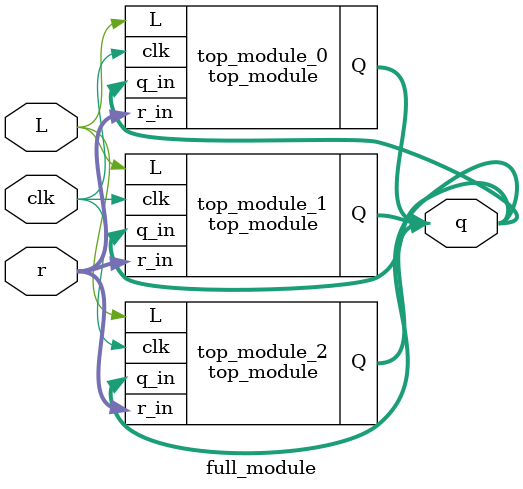
<source format=sv>
module top_module(
    input clk,
    input L,
    input [2:0] q_in,
    input [2:0] r_in,
    output reg [2:0] Q
);

    always @(posedge clk) begin
        if (L) begin
            Q <= r_in;
        end else begin
            Q <= {Q[1] ^ Q[2], Q[0], Q[2]};
        end
    end
endmodule
module full_module (
    input [2:0] r,
    input L,
    input clk,
    output reg [2:0] q
);

    top_module top_module_0(
        .clk(clk),
        .L(L),
        .q_in(q),
        .r_in(r),
        .Q(q)
    );

    top_module top_module_1(
        .clk(clk),
        .L(L),
        .q_in(q),
        .r_in(r),
        .Q(q)
    );

    top_module top_module_2(
        .clk(clk),
        .L(L),
        .q_in(q),
        .r_in(r),
        .Q(q)
    );

endmodule

</source>
